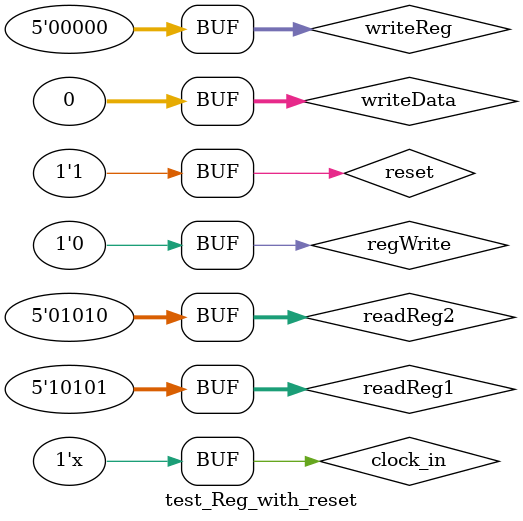
<source format=v>
`timescale 1ns / 1ps


module test_Reg_with_reset;

	// Inputs
	reg clock_in;
	reg regWrite;
	reg [4:0] readReg1;
	reg [4:0] readReg2;
	reg [4:0] writeReg;
	reg [31:0] writeData;
	reg reset;
   parameter PERIOD = 200;
	// Outputs
	wire [31:0] readData1;
	wire [31:0] readData2;

	// Instantiate the Unit Under Test (UUT)
	Register uut (
		.clock_in(clock_in), 
		.regWrite(regWrite), 
		.readReg1(readReg1), 
		.readReg2(readReg2), 
		.writeReg(writeReg), 
		.writeData(writeData), 
		.reset(reset), 
		.readData1(readData1), 
		.readData2(readData2)
	);
	always #(PERIOD/2) clock_in = ~clock_in;
	initial begin
		// Initialize Inputs
		clock_in = 0;
		regWrite = 0;
		readReg1 = 0;
		readReg2 = 0;
		writeReg = 0;
		writeData = 0;
		reset = 0;

		// Wait 100 ns for global reset to finish
		#100;
        
		// Add stimulus here
		#285;
		regWrite = 'b1;
		writeReg = 5'b10101;
		writeData = 32'b11111111111111110000000000000000;
		
		#200;
		writeReg = 5'b01010;
		writeData = 32'b00000000000000001111111111111111;
		
		#200;
		regWrite = 'b0;
		writeReg = 'b00000;
		writeData = 32'b00000000000000000000000000000000;
		
		#50;
		readReg1 = 'b10101;
		readReg2 = 'b01010;
		
		#100;
		reset = 1;
	end
      
endmodule


</source>
